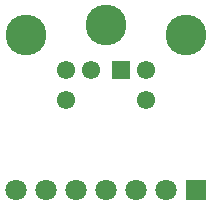
<source format=gbs>
G04*
G04 #@! TF.GenerationSoftware,Altium Limited,Altium Designer,20.1.14 (287)*
G04*
G04 Layer_Color=16711935*
%FSLAX24Y24*%
%MOIN*%
G70*
G04*
G04 #@! TF.SameCoordinates,2A1C6D17-A087-48F9-B170-56E9D240733E*
G04*
G04*
G04 #@! TF.FilePolarity,Negative*
G04*
G01*
G75*
%ADD11C,0.1362*%
%ADD12R,0.0610X0.0610*%
%ADD13C,0.0610*%
%ADD14R,0.0710X0.0710*%
%ADD15C,0.0710*%
D11*
X-2988Y5500D02*
D03*
X-5650Y5181D02*
D03*
X-327D02*
D03*
D12*
X-2476Y4000D02*
D03*
D13*
X-3500D02*
D03*
X-1669D02*
D03*
X-4307D02*
D03*
X-1669Y3020D02*
D03*
X-4307D02*
D03*
D14*
X0Y0D02*
D03*
D15*
X-1000D02*
D03*
X-2000D02*
D03*
X-3000D02*
D03*
X-4000D02*
D03*
X-5000D02*
D03*
X-6000D02*
D03*
M02*

</source>
